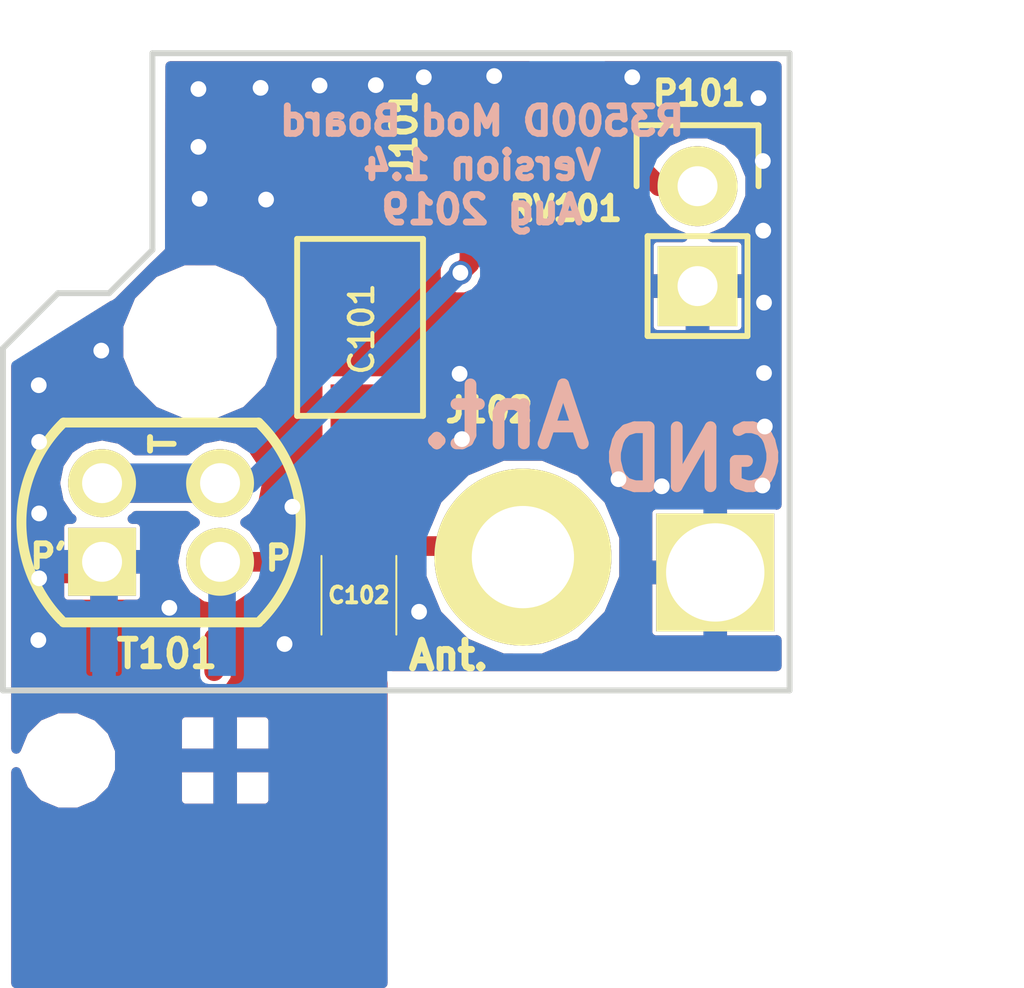
<source format=kicad_pcb>
(kicad_pcb (version 4) (host pcbnew 4.0.6)

  (general
    (links 18)
    (no_connects 0)
    (area 102.982381 92.570951 133.050478 118.075001)
    (thickness 1.6)
    (drawings 12)
    (tracks 129)
    (zones 0)
    (modules 9)
    (nets 6)
  )

  (page A4)
  (layers
    (0 F.Cu signal)
    (31 B.Cu signal)
    (32 B.Adhes user)
    (33 F.Adhes user)
    (34 B.Paste user)
    (35 F.Paste user)
    (36 B.SilkS user)
    (37 F.SilkS user)
    (38 B.Mask user)
    (39 F.Mask user)
    (40 Dwgs.User user)
    (41 Cmts.User user)
    (42 Eco1.User user)
    (43 Eco2.User user)
    (44 Edge.Cuts user)
    (45 Margin user)
    (46 B.CrtYd user)
    (47 F.CrtYd user)
    (48 B.Fab user)
    (49 F.Fab user)
  )

  (setup
    (last_trace_width 0.5)
    (user_trace_width 0.35)
    (user_trace_width 0.5)
    (user_trace_width 0.75)
    (user_trace_width 1)
    (trace_clearance 0.2)
    (zone_clearance 0.127)
    (zone_45_only yes)
    (trace_min 0.2)
    (segment_width 0.2)
    (edge_width 0.15)
    (via_size 0.6)
    (via_drill 0.4)
    (via_min_size 0.4)
    (via_min_drill 0.3)
    (user_via 0.7 0.5)
    (user_via 0.9 0.7)
    (user_via 1 0.8)
    (user_via 1.25 0.9)
    (uvia_size 0.3)
    (uvia_drill 0.1)
    (uvias_allowed no)
    (uvia_min_size 0.2)
    (uvia_min_drill 0.1)
    (pcb_text_width 0.3)
    (pcb_text_size 1.5 1.5)
    (mod_edge_width 0.15)
    (mod_text_size 1 1)
    (mod_text_width 0.15)
    (pad_size 1.99898 1.99898)
    (pad_drill 1.2)
    (pad_to_mask_clearance 0.2)
    (aux_axis_origin 107 118)
    (visible_elements FFFEFF7F)
    (pcbplotparams
      (layerselection 0x00030_80000001)
      (usegerberextensions false)
      (excludeedgelayer true)
      (linewidth 0.100000)
      (plotframeref false)
      (viasonmask false)
      (mode 1)
      (useauxorigin false)
      (hpglpennumber 1)
      (hpglpenspeed 20)
      (hpglpendiameter 15)
      (hpglpenoverlay 2)
      (psnegative false)
      (psa4output false)
      (plotreference true)
      (plotvalue true)
      (plotinvisibletext false)
      (padsonsilk false)
      (subtractmaskfromsilk false)
      (outputformat 1)
      (mirror false)
      (drillshape 1)
      (scaleselection 1)
      (outputdirectory ""))
  )

  (net 0 "")
  (net 1 "Net-(ANT101-Pad1)")
  (net 2 GND)
  (net 3 "Net-(J101-Pad1)")
  (net 4 "Net-(J101-Pad2)")
  (net 5 "Net-(J102-Pad2)")

  (net_class Default "This is the default net class."
    (clearance 0.2)
    (trace_width 0.25)
    (via_dia 0.6)
    (via_drill 0.4)
    (uvia_dia 0.3)
    (uvia_drill 0.1)
    (add_net GND)
    (add_net "Net-(ANT101-Pad1)")
    (add_net "Net-(J101-Pad1)")
    (add_net "Net-(J101-Pad2)")
    (add_net "Net-(J102-Pad2)")
  )

  (net_class "0.350 mm" ""
    (clearance 0.2)
    (trace_width 0.35)
    (via_dia 0.7)
    (via_drill 0.5)
    (uvia_dia 0.3)
    (uvia_drill 0.1)
  )

  (net_class "0.500 mm" ""
    (clearance 0.2)
    (trace_width 0.5)
    (via_dia 0.9)
    (via_drill 0.7)
    (uvia_dia 0.3)
    (uvia_drill 0.1)
  )

  (net_class "0.750 mm" ""
    (clearance 0.2)
    (trace_width 0.75)
    (via_dia 1)
    (via_drill 0.8)
    (uvia_dia 0.3)
    (uvia_drill 0.1)
  )

  (net_class "1.0 mm" ""
    (clearance 0.2)
    (trace_width 1)
    (via_dia 1.25)
    (via_drill 0.9)
    (uvia_dia 0.3)
    (uvia_drill 0.1)
  )

  (module Oddities:BN-2402_Core_1tapped_winding (layer F.Cu) (tedit 5D5D7AC1) (tstamp 5CEE4F2F)
    (at 111.02 105.93 90)
    (descr "Through hole toroid")
    (tags toroid)
    (path /5CEB23BD)
    (fp_text reference T101 (at -3.34 0.15 180) (layer F.SilkS)
      (effects (font (size 0.7 0.7) (thickness 0.15)))
    )
    (fp_text value 48uH (at 0.3175 7.3914 90) (layer F.Fab)
      (effects (font (size 1 1) (thickness 0.15)))
    )
    (fp_line (start 2.54 2.48) (end 2.54 -2.48) (layer F.SilkS) (width 0.25))
    (fp_line (start -2.54 2.48) (end -2.54 -2.48) (layer F.SilkS) (width 0.25))
    (fp_arc (start 0 0) (end 2.54 2.48) (angle 90) (layer F.SilkS) (width 0.25))
    (fp_arc (start 0 0) (end -2.48 -2.54) (angle 90) (layer F.SilkS) (width 0.25))
    (fp_text user T (at 2 0.05 90) (layer F.SilkS)
      (effects (font (size 0.6 0.6) (thickness 0.15)))
    )
    (fp_text user P (at -0.91 2.98 180) (layer F.SilkS)
      (effects (font (size 0.6 0.6) (thickness 0.15)))
    )
    (fp_text user P' (at -0.86 -2.86 180) (layer F.SilkS)
      (effects (font (size 0.6 0.6) (thickness 0.15)))
    )
    (pad 2 smd rect (at -2.4 1.55 90) (size 3 0.7) (layers B.Cu B.Paste B.Mask)
      (net 1 "Net-(ANT101-Pad1)"))
    (pad 3 smd rect (at 1 0 90) (size 1 3) (layers B.Cu B.Paste B.Mask)
      (net 4 "Net-(J101-Pad2)"))
    (pad 1 thru_hole rect (at -1 -1.5 90) (size 1.7272 1.7272) (drill 1.016) (layers *.Cu *.Mask F.SilkS)
      (net 2 GND))
    (pad 2 thru_hole oval (at -1 1.5 90) (size 1.7272 1.7272) (drill 1.016) (layers *.Cu *.Mask F.SilkS)
      (net 1 "Net-(ANT101-Pad1)"))
    (pad 3 thru_hole oval (at 1 -1.5 90) (size 1.7272 1.7272) (drill 1.016) (layers *.Cu *.Mask F.SilkS)
      (net 4 "Net-(J101-Pad2)"))
    (pad 3 thru_hole oval (at 1 1.5 90) (size 1.7272 1.7272) (drill 1.016) (layers *.Cu *.Mask F.SilkS)
      (net 4 "Net-(J101-Pad2)"))
    (pad 3 smd rect (at 1 0 90) (size 1 3) (layers F.Cu F.Paste F.Mask)
      (net 4 "Net-(J101-Pad2)"))
    (pad 1 smd rect (at -2.3 -1.45 90) (size 3 0.7) (layers B.Cu B.Paste B.Mask)
      (net 2 GND))
    (model Pin_Headers.3dshapes/Pin_Header_Straight_2x03.wrl
      (at (xyz 0.05 -0.1 0))
      (scale (xyz 1 1 1))
      (rotate (xyz 0 0 90))
    )
  )

  (module Wire_Connections_Bridges:WireConnection_2.50mmDrill locked (layer F.Cu) (tedit 5D1FF36C) (tstamp 5D039272)
    (at 120.06 106.81)
    (descr "WireConnection with 2.5mm drill")
    (path /5CEC4AA9)
    (fp_text reference ANT101 (at 4.8514 0.2032) (layer F.SilkS) hide
      (effects (font (size 1 1) (thickness 0.15)))
    )
    (fp_text value Whip (at 5.08 3.81) (layer F.Fab)
      (effects (font (size 1 1) (thickness 0.15)))
    )
    (pad 1 thru_hole circle (at 0.16 0) (size 4.5 4.5) (drill 2.6) (layers *.Cu *.Mask F.SilkS)
      (net 1 "Net-(ANT101-Pad1)"))
    (pad 2 thru_hole rect (at 5.05 0.39) (size 3 3) (drill 2.5) (layers *.Cu *.Mask F.SilkS)
      (net 2 GND))
  )

  (module Mounting_Holes:MountingHole_3-7mm locked (layer F.Cu) (tedit 5CFD9996) (tstamp 5CEFF138)
    (at 112.01 101.34)
    (descr "Mounting hole, Befestigungsbohrung, 3,7mm, No Annular, Kein Restring,")
    (tags "Mounting hole, Befestigungsbohrung, 3,7mm, No Annular, Kein Restring,")
    (fp_text reference REF** (at 0.05 -0.05) (layer F.SilkS) hide
      (effects (font (size 1 1) (thickness 0.15)))
    )
    (fp_text value MountingHole_3-7mm (at 1.27 5.08) (layer F.Fab) hide
      (effects (font (size 1 1) (thickness 0.15)))
    )
    (fp_circle (center 0 0) (end 1.75 0) (layer Cmts.User) (width 0.381))
    (pad "" np_thru_hole circle (at 0 0) (size 3.5 3.5) (drill 3.5) (layers *.Cu *.Mask))
  )

  (module Pin_Headers:Pin_Header_Straight_1x02 (layer F.Cu) (tedit 5D0ED4FC) (tstamp 5CED761A)
    (at 124.66 97.38)
    (descr "Through hole pin header")
    (tags "pin header")
    (path /5CEB258F)
    (fp_text reference P101 (at 0.04 -2.36 180) (layer F.SilkS)
      (effects (font (size 0.6 0.6) (thickness 0.15)))
    )
    (fp_text value "To Sense Switch (S1)" (at 0 -3.1) (layer F.Fab)
      (effects (font (size 1 1) (thickness 0.15)))
    )
    (fp_line (start 1.27 1.27) (end 1.27 3.81) (layer F.SilkS) (width 0.15))
    (fp_line (start 1.55 -1.55) (end 1.55 0) (layer F.SilkS) (width 0.15))
    (fp_line (start -1.75 -1.75) (end -1.75 4.3) (layer F.CrtYd) (width 0.05))
    (fp_line (start 1.75 -1.75) (end 1.75 4.3) (layer F.CrtYd) (width 0.05))
    (fp_line (start -1.75 -1.75) (end 1.75 -1.75) (layer F.CrtYd) (width 0.05))
    (fp_line (start -1.75 4.3) (end 1.75 4.3) (layer F.CrtYd) (width 0.05))
    (fp_line (start 1.27 1.27) (end -1.27 1.27) (layer F.SilkS) (width 0.15))
    (fp_line (start -1.55 0) (end -1.55 -1.55) (layer F.SilkS) (width 0.15))
    (fp_line (start -1.55 -1.55) (end 1.55 -1.55) (layer F.SilkS) (width 0.15))
    (fp_line (start -1.27 1.27) (end -1.27 3.81) (layer F.SilkS) (width 0.15))
    (fp_line (start -1.27 3.81) (end 1.27 3.81) (layer F.SilkS) (width 0.15))
    (pad 1 thru_hole circle (at 0 0) (size 2.032 2.032) (drill 1.016) (layers *.Cu *.Mask F.SilkS)
      (net 3 "Net-(J101-Pad1)"))
    (pad 2 thru_hole rect (at 0 2.54) (size 2.032 2.032) (drill 1.016) (layers *.Cu *.Mask F.SilkS)
      (net 2 GND))
    (model Pin_Headers.3dshapes/Pin_Header_Straight_1x02.wrl
      (at (xyz 0 -0.05 0))
      (scale (xyz 1 1 1))
      (rotate (xyz 0 0 90))
    )
  )

  (module Capacitors_SMD:C_0805_HandSoldering (layer F.Cu) (tedit 5D0EB8A9) (tstamp 5CED75FB)
    (at 116.05 107.78 270)
    (descr "Capacitor SMD 0805, hand soldering")
    (tags "capacitor 0805")
    (path /5CEB245B)
    (attr smd)
    (fp_text reference C102 (at 0 0 360) (layer F.SilkS)
      (effects (font (size 0.4 0.4) (thickness 0.1)))
    )
    (fp_text value 10pF (at 0 2.1 270) (layer F.Fab)
      (effects (font (size 1 1) (thickness 0.15)))
    )
    (fp_line (start -2.3 -1) (end 2.3 -1) (layer F.CrtYd) (width 0.05))
    (fp_line (start -2.3 1) (end 2.3 1) (layer F.CrtYd) (width 0.05))
    (fp_line (start -2.3 -1) (end -2.3 1) (layer F.CrtYd) (width 0.05))
    (fp_line (start 2.3 -1) (end 2.3 1) (layer F.CrtYd) (width 0.05))
    (fp_line (start 1 -0.9516) (end -1 -0.9516) (layer F.SilkS) (width 0.05))
    (fp_line (start -1 0.9516) (end 1 0.9516) (layer F.SilkS) (width 0.05))
    (pad 1 smd rect (at -1.25 0 270) (size 1.5 1.25) (layers F.Cu F.Paste F.Mask)
      (net 1 "Net-(ANT101-Pad1)"))
    (pad 2 smd rect (at 1.25 0 270) (size 1.5 1.25) (layers F.Cu F.Paste F.Mask)
      (net 2 GND))
    (model Capacitors_SMD.3dshapes/C_0805_HandSoldering.wrl
      (at (xyz 0 0 0))
      (scale (xyz 1 1 1))
      (rotate (xyz 0 0 0))
    )
  )

  (module Capacitors_SMD:KNOWLES-JZ500_Handsolder (layer F.Cu) (tedit 5D0EB88F) (tstamp 5CED7609)
    (at 116.08 100.97 90)
    (path /5CEB24A3)
    (fp_text reference C101 (at -0.04 0.04 90) (layer F.SilkS)
      (effects (font (size 0.6 0.6) (thickness 0.1)))
    )
    (fp_text value 5.5-30pF (at 0 2.54 90) (layer F.SilkS) hide
      (effects (font (size 0.6 0.6) (thickness 0.1)))
    )
    (fp_line (start -2.25 -1.6) (end -2.25 1.6) (layer F.SilkS) (width 0.15))
    (fp_line (start 2.25 -1.6) (end 2.25 1.6) (layer F.SilkS) (width 0.15))
    (fp_line (start 2.25 -1.6) (end -2.25 -1.6) (layer F.SilkS) (width 0.15))
    (fp_line (start -2.25 1.6) (end 2.25 1.6) (layer F.SilkS) (width 0.15))
    (fp_line (start -3.5 -1.85) (end 3.5 -1.85) (layer F.CrtYd) (width 0.1))
    (fp_line (start 3.5 -1.85) (end 3.5 1.85) (layer F.CrtYd) (width 0.1))
    (fp_line (start 3.5 1.85) (end -3.5 1.85) (layer F.CrtYd) (width 0.1))
    (fp_line (start -3.5 1.85) (end -3.5 -1.85) (layer F.CrtYd) (width 0.1))
    (pad 1 smd rect (at -2.4 0 90) (size 1.9 1.5) (layers F.Cu F.Paste F.Mask)
      (net 1 "Net-(ANT101-Pad1)"))
    (pad 2 smd rect (at 2.4 0 90) (size 1.9 1.5) (layers F.Cu F.Paste F.Mask)
      (net 2 GND))
  )

  (module Potentiometers:Bourn_TC33_Handsolder (layer F.Cu) (tedit 5CEC1E87) (tstamp 5CED7638)
    (at 121.35 97.8)
    (path /5CEB4FB7)
    (fp_text reference RV101 (at -0.04 0.15) (layer F.SilkS)
      (effects (font (size 0.6 0.6) (thickness 0.15)))
    )
    (fp_text value 20k (at 0 2.794) (layer F.Fab)
      (effects (font (size 1 1) (thickness 0.15)))
    )
    (pad 2 smd rect (at 0 -1.95) (size 1.6 2.5) (layers F.Cu F.Paste F.Mask)
      (net 3 "Net-(J101-Pad1)"))
    (pad 1 smd rect (at -1 2.3) (size 1.2 2.2) (layers F.Cu F.Paste F.Mask)
      (net 5 "Net-(J102-Pad2)"))
    (pad 3 smd rect (at 1 2.3) (size 1.2 2.2) (layers F.Cu F.Paste F.Mask)
      (net 4 "Net-(J101-Pad2)"))
  )

  (module Wire_Connections_Bridges:Solder-Jumper-NO-SMD-Pad_Small (layer F.Cu) (tedit 5D35ED5C) (tstamp 5CED7620)
    (at 122.33 102.9 180)
    (descr "Mesurement Point, Square, SMD Pad,  1.5mm x 1.5mm,")
    (tags "Mesurement Point, Square, SMD Pad, 1.5mm x 1.5mm,")
    (path /5D0ED14B)
    (fp_text reference J102 (at 2.97 -0.17 180) (layer F.SilkS)
      (effects (font (size 0.6 0.6) (thickness 0.15)))
    )
    (fp_text value Jumper_NC_Small (at 2.54 3.81 180) (layer F.Fab)
      (effects (font (size 1 1) (thickness 0.15)))
    )
    (pad 1 smd trapezoid (at -0.916 0) (size 1.50114 1.50114) (rect_delta 0.5 0 ) (layers F.Cu F.Paste F.Mask)
      (net 2 GND))
    (pad 2 smd trapezoid (at 0.916 0 180) (size 1.524 1.524) (rect_delta 0.5 0 ) (layers F.Cu F.Paste F.Mask)
      (net 5 "Net-(J102-Pad2)"))
  )

  (module Wire_Connections_Bridges:Solder-Jumper-NC-SMD-Pad_Small (layer F.Cu) (tedit 5D5D7AEE) (tstamp 5D0EEEE0)
    (at 118.86 96.85 270)
    (descr "Mesurement Point, Square, SMD Pad,  1.5mm x 1.5mm,")
    (tags "Mesurement Point, Square, SMD Pad, 1.5mm x 1.5mm,")
    (path /5CEB51E7)
    (fp_text reference J101 (at -0.8 1.66 270) (layer F.SilkS)
      (effects (font (size 0.6 0.6) (thickness 0.15)))
    )
    (fp_text value Jumper_NO_Small (at 2.54 3.81 270) (layer F.Fab)
      (effects (font (size 1 1) (thickness 0.15)))
    )
    (fp_line (start -1.016 0) (end 1.0922 0) (layer F.Cu) (width 0.2))
    (pad 1 smd trapezoid (at -0.916 0 90) (size 1.50114 1.50114) (rect_delta 0.5 0 ) (layers F.Cu F.Paste F.Mask)
      (net 3 "Net-(J101-Pad1)"))
    (pad 2 smd trapezoid (at 0.916 0 270) (size 1.524 1.524) (rect_delta 0.5 0 ) (layers F.Cu F.Paste F.Mask)
      (net 4 "Net-(J101-Pad2)"))
  )

  (gr_line (start 107 110.2) (end 107 101.5) (angle 90) (layer Edge.Cuts) (width 0.15))
  (gr_text Ant. (at 119.78 103.24) (layer B.SilkS)
    (effects (font (size 1.5 1.5) (thickness 0.3)) (justify mirror))
  )
  (gr_text GND (at 124.56 104.33) (layer B.SilkS)
    (effects (font (size 1.5 1.5) (thickness 0.3)) (justify mirror))
  )
  (gr_line (start 107 101.5) (end 108.4 100.1) (angle 90) (layer Edge.Cuts) (width 0.15))
  (gr_text Ant. (at 118.33 109.31) (layer F.SilkS)
    (effects (font (size 0.7 0.7) (thickness 0.175)))
  )
  (gr_line (start 109.7 100.1) (end 110.8 99) (angle 90) (layer Edge.Cuts) (width 0.15))
  (gr_text "R3500D Mod Board\nVersion 1.4\nAug 2019" (at 119.18 96.85) (layer B.SilkS)
    (effects (font (size 0.7 0.7) (thickness 0.175)) (justify mirror))
  )
  (gr_line (start 109.7 100.1) (end 108.4 100.1) (angle 90) (layer Edge.Cuts) (width 0.15))
  (gr_line (start 110.8 94) (end 110.8 99) (angle 90) (layer Edge.Cuts) (width 0.15))
  (gr_line (start 107 110.2) (end 127 110.2) (angle 90) (layer Edge.Cuts) (width 0.15))
  (gr_line (start 127 94) (end 110.8 94) (angle 90) (layer Edge.Cuts) (width 0.15))
  (gr_line (start 127 110.2) (end 127 94) (angle 90) (layer Edge.Cuts) (width 0.15))

  (segment (start 112.37 109.71) (end 112.37 108.87) (width 0.5) (layer F.Cu) (net 0))
  (segment (start 112.52 106.93) (end 113.85 106.93) (width 0.5) (layer F.Cu) (net 1))
  (segment (start 114.25 106.53) (end 116.05 106.53) (width 0.5) (layer F.Cu) (net 1) (tstamp 5D60F9C5))
  (segment (start 113.85 106.93) (end 114.25 106.53) (width 0.5) (layer F.Cu) (net 1) (tstamp 5D60F9C4))
  (segment (start 116.05 106.53) (end 119.94 106.53) (width 0.5) (layer F.Cu) (net 1))
  (segment (start 119.94 106.53) (end 120.22 106.81) (width 0.5) (layer F.Cu) (net 1) (tstamp 5D0EF103))
  (segment (start 116.08 103.37) (end 116.09 106.49) (width 0.5) (layer F.Cu) (net 1) (status 10))
  (segment (start 116.09 106.49) (end 116.05 106.53) (width 0.5) (layer F.Cu) (net 1) (tstamp 5D0EF100))
  (segment (start 120.22 106.81) (end 119.18 106.81) (width 0.5) (layer F.Cu) (net 1))
  (segment (start 109.52 106.93) (end 110.92 106.93) (width 0.5) (layer F.Cu) (net 2))
  (via (at 111.23 108.1) (size 0.6) (drill 0.4) (layers F.Cu B.Cu) (net 2))
  (segment (start 111.23 107.24) (end 111.23 108.1) (width 0.5) (layer F.Cu) (net 2) (tstamp 5D60FA7A))
  (segment (start 110.92 106.93) (end 111.23 107.24) (width 0.5) (layer F.Cu) (net 2) (tstamp 5D60FA79))
  (segment (start 116.05 109.03) (end 114.17 109.03) (width 0.5) (layer F.Cu) (net 2))
  (via (at 114.36 105.53) (size 0.6) (drill 0.4) (layers F.Cu B.Cu) (net 2))
  (segment (start 114.36 108.82) (end 114.36 105.53) (width 0.5) (layer B.Cu) (net 2) (tstamp 5D60FA75))
  (segment (start 114.16 109.02) (end 114.36 108.82) (width 0.5) (layer B.Cu) (net 2) (tstamp 5D60FA74))
  (via (at 114.16 109.02) (size 0.6) (drill 0.4) (layers F.Cu B.Cu) (net 2))
  (segment (start 114.17 109.03) (end 114.16 109.02) (width 0.5) (layer F.Cu) (net 2) (tstamp 5D60FA72))
  (segment (start 107.92 107.35) (end 109.1 107.35) (width 0.25) (layer F.Cu) (net 2))
  (segment (start 109.1 107.35) (end 109.52 106.93) (width 0.25) (layer F.Cu) (net 2) (tstamp 5D60F9AE))
  (segment (start 107.92 103.88) (end 107.89 102.46) (width 0.5) (layer F.Cu) (net 2))
  (segment (start 107.89 102.46) (end 107.91 102.44) (width 0.5) (layer F.Cu) (net 2) (tstamp 5D0EF0BF))
  (via (at 107.91 102.44) (size 0.6) (drill 0.4) (layers F.Cu B.Cu) (net 2))
  (segment (start 107.91 102.44) (end 108.81 101.9) (width 0.5) (layer B.Cu) (net 2) (tstamp 5D0EF0C1))
  (segment (start 108.81 101.9) (end 109.5 101.56) (width 0.5) (layer B.Cu) (net 2) (tstamp 5D0EF0C2))
  (segment (start 107.92 107.35) (end 107.92 105.7) (width 0.5) (layer F.Cu) (net 2))
  (via (at 107.9 108.92) (size 0.6) (drill 0.4) (layers F.Cu B.Cu) (net 2))
  (segment (start 107.9 108.92) (end 107.92 108.9) (width 0.5) (layer B.Cu) (net 2) (tstamp 5D0EEF4B))
  (segment (start 107.92 108.9) (end 107.92 107.35) (width 0.5) (layer B.Cu) (net 2) (tstamp 5D0EEF4C))
  (via (at 107.92 107.35) (size 0.6) (drill 0.4) (layers F.Cu B.Cu) (net 2))
  (via (at 107.92 103.88) (size 0.6) (drill 0.4) (layers F.Cu B.Cu) (net 2))
  (segment (start 107.92 105.7) (end 107.92 103.88) (width 0.5) (layer B.Cu) (net 2) (tstamp 5D0EF0B7))
  (via (at 107.92 105.7) (size 0.6) (drill 0.4) (layers F.Cu B.Cu) (net 2))
  (via (at 109.5 101.56) (size 0.6) (drill 0.4) (layers F.Cu B.Cu) (net 2))
  (segment (start 123.75 105.01) (end 122.83 105.01) (width 0.5) (layer F.Cu) (net 2))
  (segment (start 126.2 95.14) (end 126.21 95.14) (width 0.35) (layer F.Cu) (net 2) (tstamp 5CED8D02))
  (segment (start 126.38 102.16) (end 126.35 102.13) (width 0.5) (layer F.Cu) (net 2) (tstamp 5D039A7B))
  (via (at 126.35 102.13) (size 0.6) (drill 0.4) (layers F.Cu B.Cu) (net 2))
  (segment (start 126.35 102.13) (end 126.35 100.34) (width 0.5) (layer B.Cu) (net 2) (tstamp 5D039A7D))
  (via (at 126.35 100.34) (size 0.6) (drill 0.4) (layers F.Cu B.Cu) (net 2))
  (segment (start 126.35 100.34) (end 126.33 98.51) (width 0.5) (layer F.Cu) (net 2) (tstamp 5D039A80))
  (via (at 126.33 98.51) (size 0.6) (drill 0.4) (layers F.Cu B.Cu) (net 2))
  (segment (start 126.33 98.51) (end 126.31 98.49) (width 0.5) (layer B.Cu) (net 2) (tstamp 5D039A83))
  (segment (start 126.31 98.49) (end 126.32 96.74) (width 0.5) (layer B.Cu) (net 2) (tstamp 5D039A84))
  (via (at 126.32 96.74) (size 0.6) (drill 0.4) (layers F.Cu B.Cu) (net 2))
  (segment (start 126.32 96.74) (end 126.46 96.6) (width 0.5) (layer F.Cu) (net 2) (tstamp 5D039A86))
  (segment (start 126.46 96.6) (end 126.21 95.14) (width 0.5) (layer F.Cu) (net 2) (tstamp 5D039A87))
  (via (at 126.37 103.49) (size 0.6) (drill 0.4) (layers F.Cu B.Cu) (net 2))
  (segment (start 126.34 104.96) (end 126.37 103.49) (width 0.5) (layer B.Cu) (net 2) (tstamp 5D039A75))
  (segment (start 126.31 104.99) (end 126.34 104.96) (width 0.5) (layer B.Cu) (net 2) (tstamp 5D039A74))
  (via (at 126.31 104.99) (size 0.6) (drill 0.4) (layers F.Cu B.Cu) (net 2))
  (segment (start 123.8 104.96) (end 126.31 104.99) (width 0.5) (layer F.Cu) (net 2) (tstamp 5D039A72))
  (segment (start 123.75 105.01) (end 123.8 104.96) (width 0.5) (layer F.Cu) (net 2) (tstamp 5D039A71))
  (via (at 123.75 105.01) (size 0.6) (drill 0.4) (layers F.Cu B.Cu) (net 2))
  (segment (start 126.37 103.49) (end 126.38 102.16) (width 0.5) (layer F.Cu) (net 2))
  (via (at 126.21 95.14) (size 0.6) (drill 0.4) (layers F.Cu B.Cu) (net 2))
  (via (at 122.65 104.83) (size 0.6) (drill 0.4) (layers F.Cu B.Cu) (net 2))
  (segment (start 122.83 105.01) (end 122.65 104.83) (width 0.5) (layer F.Cu) (net 2) (tstamp 5D1FF0D7))
  (via (at 111.97 96.38) (size 0.6) (drill 0.4) (layers F.Cu B.Cu) (net 2))
  (segment (start 123 94.61) (end 123.01 94.62) (width 0.35) (layer F.Cu) (net 2) (tstamp 5CED8CF9))
  (via (at 123 94.61) (size 0.6) (drill 0.4) (layers F.Cu B.Cu) (net 2))
  (segment (start 119.56 94.51) (end 123 94.61) (width 0.35) (layer B.Cu) (net 2) (tstamp 5CED8CF4))
  (segment (start 119.49 94.58) (end 119.56 94.51) (width 0.35) (layer B.Cu) (net 2) (tstamp 5CED8CF3))
  (via (at 119.49 94.58) (size 0.6) (drill 0.4) (layers F.Cu B.Cu) (net 2))
  (segment (start 116.47 94.82) (end 115.05 94.82) (width 0.5) (layer F.Cu) (net 2) (tstamp 5D0EEF99))
  (segment (start 116.48 94.81) (end 116.47 94.82) (width 0.5) (layer F.Cu) (net 2) (tstamp 5D0EEF98))
  (via (at 116.48 94.81) (size 0.6) (drill 0.4) (layers F.Cu B.Cu) (net 2))
  (segment (start 117.7 94.61) (end 116.48 94.81) (width 0.5) (layer B.Cu) (net 2) (tstamp 5D0EEF95))
  (via (at 117.7 94.61) (size 0.6) (drill 0.4) (layers F.Cu B.Cu) (net 2))
  (segment (start 117.74 94.57) (end 117.7 94.61) (width 0.5) (layer F.Cu) (net 2) (tstamp 5D0EEF93))
  (segment (start 119.49 94.58) (end 117.74 94.57) (width 0.5) (layer F.Cu) (net 2))
  (segment (start 111.97 94.91) (end 111.97 96.38) (width 0.5) (layer B.Cu) (net 2) (tstamp 5D093164))
  (via (at 111.97 94.91) (size 0.6) (drill 0.4) (layers F.Cu B.Cu) (net 2))
  (segment (start 111.97 94.91) (end 112 94.88) (width 0.5) (layer F.Cu) (net 2) (tstamp 5D093169))
  (segment (start 112 94.88) (end 113.55 94.88) (width 0.5) (layer F.Cu) (net 2) (tstamp 5D09316A))
  (via (at 113.55 94.88) (size 0.6) (drill 0.4) (layers F.Cu B.Cu) (net 2))
  (segment (start 113.55 94.88) (end 113.61 94.82) (width 0.5) (layer B.Cu) (net 2) (tstamp 5D09316F))
  (segment (start 113.61 94.82) (end 115.05 94.82) (width 0.5) (layer B.Cu) (net 2) (tstamp 5D093170))
  (via (at 115.05 94.82) (size 0.6) (drill 0.4) (layers F.Cu B.Cu) (net 2))
  (via (at 113.69 97.72) (size 0.6) (drill 0.4) (layers F.Cu B.Cu) (net 2))
  (segment (start 111.97 97.67) (end 111.97 96.38) (width 0.5) (layer F.Cu) (net 2) (tstamp 5D09315C))
  (segment (start 113.69 97.72) (end 113.65 97.68) (width 0.5) (layer B.Cu) (net 2) (tstamp 5D093157))
  (segment (start 113.65 97.68) (end 112 97.7) (width 0.5) (layer B.Cu) (net 2) (tstamp 5D093158))
  (via (at 112 97.7) (size 0.6) (drill 0.4) (layers F.Cu B.Cu) (net 2))
  (segment (start 112 97.7) (end 111.97 97.67) (width 0.5) (layer F.Cu) (net 2) (tstamp 5D09315B))
  (segment (start 111.97 96.38) (end 111.97 96.36) (width 0.5) (layer F.Cu) (net 2) (tstamp 5D093161))
  (segment (start 125.11 107.2) (end 125.11 105.39) (width 0.5) (layer F.Cu) (net 2))
  (segment (start 125.51 104.99) (end 126.31 104.99) (width 0.5) (layer F.Cu) (net 2) (tstamp 5D1FF7D1))
  (segment (start 125.11 105.39) (end 125.51 104.99) (width 0.5) (layer F.Cu) (net 2) (tstamp 5D1FF7D0))
  (segment (start 116.08 98.57) (end 116.09 95.86) (width 0.5) (layer F.Cu) (net 2) (status 10))
  (segment (start 116.09 95.86) (end 115.05 94.82) (width 0.5) (layer F.Cu) (net 2) (tstamp 5D1FF7CD))
  (segment (start 116.08 98.57) (end 116.08 98.61) (width 0.5) (layer F.Cu) (net 2) (status 30))
  (segment (start 116.08 98.61) (end 118.61 102.15) (width 0.5) (layer F.Cu) (net 2) (tstamp 5D1FF32B) (status 10))
  (segment (start 118.67 103.81) (end 118.67 103.75) (width 0.5) (layer F.Cu) (net 2) (tstamp 5D1FF339))
  (via (at 118.67 103.81) (size 0.6) (drill 0.4) (layers F.Cu B.Cu) (net 2))
  (segment (start 118.67 102.21) (end 118.67 103.81) (width 0.5) (layer B.Cu) (net 2) (tstamp 5D1FF335))
  (segment (start 118.61 102.15) (end 118.67 102.21) (width 0.5) (layer B.Cu) (net 2) (tstamp 5D1FF334))
  (via (at 118.61 102.15) (size 0.6) (drill 0.4) (layers F.Cu B.Cu) (net 2))
  (segment (start 115.95 109.13) (end 116.05 109.03) (width 0.5) (layer F.Cu) (net 2) (tstamp 5D1FF09D))
  (segment (start 116.05 109.03) (end 117.53 109.03) (width 0.5) (layer F.Cu) (net 2))
  (via (at 117.58 108.2) (size 0.6) (drill 0.4) (layers F.Cu B.Cu) (net 2))
  (segment (start 117.53 109.03) (end 117.58 108.2) (width 0.5) (layer F.Cu) (net 2) (tstamp 5D1FF0AB))
  (segment (start 123.246 102.9) (end 123.246 101.794) (width 0.25) (layer F.Cu) (net 2))
  (segment (start 124.66 101.46) (end 124.66 99.92) (width 0.25) (layer F.Cu) (net 2) (tstamp 5D0F721D))
  (segment (start 124.56 101.56) (end 124.66 101.46) (width 0.25) (layer F.Cu) (net 2) (tstamp 5D0F721A))
  (segment (start 123.48 101.56) (end 124.56 101.56) (width 0.25) (layer F.Cu) (net 2) (tstamp 5D0F7219))
  (segment (start 123.246 101.794) (end 123.48 101.56) (width 0.25) (layer F.Cu) (net 2) (tstamp 5D0F7217))
  (segment (start 121.35 95.85) (end 120.57 95.85) (width 0.5) (layer F.Cu) (net 3) (status 30))
  (segment (start 120.57 95.85) (end 120.014 95.954) (width 0.5) (layer F.Cu) (net 3) (tstamp 5D0EF507) (status 10))
  (segment (start 120.014 95.954) (end 118.86 95.934) (width 0.5) (layer F.Cu) (net 3) (tstamp 5D0EF508) (status 20))
  (segment (start 124.66 97.38) (end 123.68 97.38) (width 0.5) (layer F.Cu) (net 3))
  (segment (start 123.68 97.38) (end 122.74 96.44) (width 0.5) (layer F.Cu) (net 3) (tstamp 5D09317E))
  (segment (start 122.74 96.44) (end 121.35 95.85) (width 0.5) (layer F.Cu) (net 3) (tstamp 5D093180) (status 20))
  (segment (start 120.73 95.85) (end 121.35 95.85) (width 0.5) (layer F.Cu) (net 3) (tstamp 5CEFFF97) (status 30))
  (segment (start 111.02 104.93) (end 113.28 104.93) (width 0.5) (layer B.Cu) (net 4))
  (segment (start 113.28 104.93) (end 118.63 99.58) (width 0.5) (layer B.Cu) (net 4) (tstamp 5D60F9C8))
  (via (at 118.63 99.58) (size 0.6) (drill 0.4) (layers F.Cu B.Cu) (net 4))
  (segment (start 118.63 99.58) (end 118.86 99.35) (width 0.5) (layer F.Cu) (net 4) (tstamp 5D60F9CB))
  (segment (start 118.86 99.35) (end 118.86 97.766) (width 0.5) (layer F.Cu) (net 4) (tstamp 5D60F9CC))
  (segment (start 122.35 100.1) (end 122.28 98.94) (width 0.5) (layer F.Cu) (net 4) (status 10))
  (segment (start 119.734 97.98) (end 118.86 97.766) (width 0.5) (layer F.Cu) (net 4) (tstamp 5D0EF50D) (status 20))
  (segment (start 121.88 97.92) (end 119.734 97.98) (width 0.5) (layer F.Cu) (net 4) (tstamp 5D0EF50C))
  (segment (start 122.28 98.94) (end 121.88 97.92) (width 0.5) (layer F.Cu) (net 4) (tstamp 5D0EF50B))
  (segment (start 120.35 100.1) (end 120.38 101.74) (width 0.5) (layer F.Cu) (net 5) (status 20))
  (segment (start 120.38 101.74) (end 121.07 102.082545) (width 0.5) (layer F.Cu) (net 5) (tstamp 5D0F71B1) (status 20))
  (segment (start 121.07 102.082545) (end 121.34 102.826) (width 0.5) (layer F.Cu) (net 5) (tstamp 5D0F719D) (status 20))
  (segment (start 121.34 102.826) (end 121.414 102.9) (width 0.5) (layer F.Cu) (net 5) (tstamp 5D0EF510) (status 30))
  (segment (start 120.35 100.1) (end 120.35 99.22) (width 0.5) (layer F.Cu) (net 5) (status 30))

  (zone (net 2) (net_name GND) (layer F.Cu) (tstamp 5CEFFFB7) (hatch edge 0.508)
    (connect_pads (clearance 0.127))
    (min_thickness 0.254)
    (fill yes (arc_segments 16) (thermal_gap 0.1) (thermal_bridge_width 0.6))
    (polygon
      (pts
        (xy 107.21 101.88) (xy 107.21 117.77) (xy 116.78 117.77) (xy 116.78 109.71) (xy 126.84 109.71)
        (xy 126.84 94.15) (xy 111.13 94.15) (xy 111.12 98.98) (xy 109.78 100.27)
      )
    )
    (filled_polygon
      (pts
        (xy 120.317526 94.361012) (xy 120.242862 94.470286) (xy 120.216594 94.6) (xy 120.216594 95.329098) (xy 119.965461 95.376072)
        (xy 119.775051 95.372772) (xy 119.676891 95.07807) (xy 119.599558 94.950956) (xy 119.490284 94.876292) (xy 119.36057 94.850024)
        (xy 118.35943 94.850024) (xy 118.214392 94.883224) (xy 118.109022 94.963304) (xy 118.043109 95.07807) (xy 117.543109 96.57921)
        (xy 117.526151 96.675359) (xy 117.548825 96.805749) (xy 117.566165 96.832696) (xy 117.552609 96.849391) (xy 117.51573 96.976496)
        (xy 117.531208 97.107934) (xy 118.031208 98.631934) (xy 118.109012 98.760474) (xy 118.218286 98.835138) (xy 118.283 98.848243)
        (xy 118.283 99.044962) (xy 118.275297 99.048145) (xy 118.098765 99.224369) (xy 118.003109 99.454735) (xy 118.002891 99.704171)
        (xy 118.098145 99.934703) (xy 118.274369 100.111235) (xy 118.504735 100.206891) (xy 118.754171 100.207109) (xy 118.984703 100.111855)
        (xy 119.161235 99.935631) (xy 119.211555 99.814447) (xy 119.268001 99.758001) (xy 119.393078 99.570808) (xy 119.416594 99.452587)
        (xy 119.416594 101.2) (xy 119.439395 101.321179) (xy 119.511012 101.432474) (xy 119.620286 101.507138) (xy 119.75 101.533406)
        (xy 119.799125 101.533406) (xy 119.803097 101.750553) (xy 119.821863 101.836633) (xy 119.833132 101.924023) (xy 119.845681 101.945892)
        (xy 119.85105 101.97052) (xy 119.901331 102.042871) (xy 119.945183 102.119292) (xy 119.96514 102.13469) (xy 119.979529 102.155395)
        (xy 120.053675 102.202999) (xy 120.12343 102.256818) (xy 120.324904 102.356838) (xy 120.318594 102.388) (xy 120.318594 103.412)
        (xy 120.352451 103.558389) (xy 120.433004 103.663397) (xy 120.548066 103.728792) (xy 122.072066 104.228792) (xy 122.166789 104.245279)
        (xy 122.297179 104.222605) (xy 122.408474 104.150988) (xy 122.430964 104.118072) (xy 122.477376 104.131312) (xy 122.56857 104.120157)
        (xy 123.073 103.952141) (xy 123.073 103.073) (xy 123.419 103.073) (xy 123.419 103.836896) (xy 124.06971 103.620157)
        (xy 124.157951 103.566473) (xy 124.209782 103.490616) (xy 124.228017 103.40057) (xy 124.228017 103.073) (xy 123.419 103.073)
        (xy 123.073 103.073) (xy 123.053 103.073) (xy 123.053 102.727) (xy 123.073 102.727) (xy 123.419 102.727)
        (xy 124.228017 102.727) (xy 124.228017 102.39943) (xy 124.20497 102.298746) (xy 124.149379 102.225599) (xy 124.06971 102.179843)
        (xy 123.419 101.963104) (xy 123.419 102.727) (xy 123.073 102.727) (xy 123.073 101.847859) (xy 122.56857 101.679843)
        (xy 122.501824 101.668071) (xy 122.435273 101.679644) (xy 122.433351 101.676033) (xy 122.330609 101.592609) (xy 122.203504 101.55573)
        (xy 122.072066 101.571208) (xy 121.530924 101.748748) (xy 121.504817 101.703253) (xy 121.499296 101.698994) (xy 121.495684 101.693031)
        (xy 121.410371 101.630384) (xy 121.32657 101.565727) (xy 121.134047 101.47015) (xy 121.182474 101.438988) (xy 121.257138 101.329714)
        (xy 121.283406 101.2) (xy 121.283406 99) (xy 121.260605 98.878821) (xy 121.188988 98.767526) (xy 121.079714 98.692862)
        (xy 120.95 98.666594) (xy 120.468614 98.666594) (xy 120.35 98.643) (xy 120.231386 98.666594) (xy 119.75 98.666594)
        (xy 119.659405 98.68364) (xy 119.688792 98.631934) (xy 119.715388 98.550869) (xy 119.750126 98.556775) (xy 121.490848 98.508106)
        (xy 121.575418 98.723759) (xy 121.517526 98.761012) (xy 121.442862 98.870286) (xy 121.416594 99) (xy 121.416594 101.2)
        (xy 121.439395 101.321179) (xy 121.511012 101.432474) (xy 121.620286 101.507138) (xy 121.75 101.533406) (xy 122.95 101.533406)
        (xy 123.071179 101.510605) (xy 123.182474 101.438988) (xy 123.257138 101.329714) (xy 123.283406 101.2) (xy 123.283406 100.14975)
        (xy 123.417 100.14975) (xy 123.417 100.981153) (xy 123.451559 101.064585) (xy 123.515415 101.128441) (xy 123.598847 101.163)
        (xy 124.43025 101.163) (xy 124.487 101.10625) (xy 124.487 100.093) (xy 124.833 100.093) (xy 124.833 101.10625)
        (xy 124.88975 101.163) (xy 125.721153 101.163) (xy 125.804585 101.128441) (xy 125.868441 101.064585) (xy 125.903 100.981153)
        (xy 125.903 100.14975) (xy 125.84625 100.093) (xy 124.833 100.093) (xy 124.487 100.093) (xy 123.47375 100.093)
        (xy 123.417 100.14975) (xy 123.283406 100.14975) (xy 123.283406 99) (xy 123.260605 98.878821) (xy 123.188988 98.767526)
        (xy 123.079714 98.692862) (xy 122.95 98.666594) (xy 122.792564 98.666594) (xy 122.417172 97.709344) (xy 122.409755 97.697774)
        (xy 122.406699 97.68438) (xy 122.34925 97.603396) (xy 122.295667 97.519814) (xy 122.284391 97.511966) (xy 122.276439 97.500756)
        (xy 122.19237 97.447921) (xy 122.166937 97.430219) (xy 122.271179 97.410605) (xy 122.382474 97.338988) (xy 122.457138 97.229714)
        (xy 122.483406 97.1) (xy 122.483406 96.999408) (xy 123.271997 97.787998) (xy 123.271999 97.788001) (xy 123.414909 97.88349)
        (xy 123.520796 98.139755) (xy 123.898258 98.517876) (xy 124.281472 98.677) (xy 123.598847 98.677) (xy 123.515415 98.711559)
        (xy 123.451559 98.775415) (xy 123.417 98.858847) (xy 123.417 99.69025) (xy 123.47375 99.747) (xy 124.487 99.747)
        (xy 124.487 99.727) (xy 124.833 99.727) (xy 124.833 99.747) (xy 125.84625 99.747) (xy 125.903 99.69025)
        (xy 125.903 98.858847) (xy 125.868441 98.775415) (xy 125.804585 98.711559) (xy 125.721153 98.677) (xy 125.037859 98.677)
        (xy 125.419755 98.519204) (xy 125.797876 98.141742) (xy 126.002766 97.648311) (xy 126.003233 97.114033) (xy 125.799204 96.620245)
        (xy 125.421742 96.242124) (xy 124.928311 96.037234) (xy 124.394033 96.036767) (xy 123.900245 96.240796) (xy 123.628284 96.512283)
        (xy 123.148001 96.031999) (xy 123.056403 95.970796) (xy 122.965445 95.908866) (xy 122.483406 95.70426) (xy 122.483406 94.6)
        (xy 122.460605 94.478821) (xy 122.388988 94.367526) (xy 122.332604 94.329) (xy 126.671 94.329) (xy 126.671 105.479564)
        (xy 126.655153 105.473) (xy 125.33975 105.473) (xy 125.283 105.52975) (xy 125.283 107.027) (xy 125.303 107.027)
        (xy 125.303 107.373) (xy 125.283 107.373) (xy 125.283 108.87025) (xy 125.33975 108.927) (xy 126.655153 108.927)
        (xy 126.671 108.920436) (xy 126.671 109.583) (xy 116.902 109.583) (xy 116.902 109.25975) (xy 116.84525 109.203)
        (xy 116.223 109.203) (xy 116.223 109.95025) (xy 116.27975 110.007) (xy 116.653 110.007) (xy 116.653 117.643)
        (xy 107.337 117.643) (xy 107.337 112.2759) (xy 107.524801 112.730414) (xy 107.897623 113.103887) (xy 108.384987 113.306259)
        (xy 108.912697 113.306719) (xy 109.400414 113.105199) (xy 109.773887 112.732377) (xy 109.976259 112.245013) (xy 109.976289 112.20975)
        (xy 111.42351 112.20975) (xy 111.42351 113.024643) (xy 111.458069 113.108075) (xy 111.521925 113.171931) (xy 111.605357 113.20649)
        (xy 112.42025 113.20649) (xy 112.477 113.14974) (xy 112.477 112.153) (xy 112.823 112.153) (xy 112.823 113.14974)
        (xy 112.87975 113.20649) (xy 113.694643 113.20649) (xy 113.778075 113.171931) (xy 113.841931 113.108075) (xy 113.87649 113.024643)
        (xy 113.87649 112.20975) (xy 113.81974 112.153) (xy 112.823 112.153) (xy 112.477 112.153) (xy 111.48026 112.153)
        (xy 111.42351 112.20975) (xy 109.976289 112.20975) (xy 109.976719 111.717303) (xy 109.775199 111.229586) (xy 109.481483 110.935357)
        (xy 111.42351 110.935357) (xy 111.42351 111.75025) (xy 111.48026 111.807) (xy 112.477 111.807) (xy 112.477 110.81026)
        (xy 112.823 110.81026) (xy 112.823 111.807) (xy 113.81974 111.807) (xy 113.87649 111.75025) (xy 113.87649 110.935357)
        (xy 113.841931 110.851925) (xy 113.778075 110.788069) (xy 113.694643 110.75351) (xy 112.87975 110.75351) (xy 112.823 110.81026)
        (xy 112.477 110.81026) (xy 112.42025 110.75351) (xy 111.605357 110.75351) (xy 111.521925 110.788069) (xy 111.458069 110.851925)
        (xy 111.42351 110.935357) (xy 109.481483 110.935357) (xy 109.402377 110.856113) (xy 108.915013 110.653741) (xy 108.387303 110.653281)
        (xy 107.899586 110.854801) (xy 107.526113 111.227623) (xy 107.337 111.683056) (xy 107.337 108.87) (xy 111.793 108.87)
        (xy 111.793 109.71) (xy 111.836922 109.930808) (xy 111.961999 110.118001) (xy 112.149192 110.243078) (xy 112.37 110.287)
        (xy 112.590808 110.243078) (xy 112.778001 110.118001) (xy 112.903078 109.930808) (xy 112.947 109.71) (xy 112.947 109.25975)
        (xy 115.198 109.25975) (xy 115.198 109.825153) (xy 115.232559 109.908585) (xy 115.296415 109.972441) (xy 115.379847 110.007)
        (xy 115.82025 110.007) (xy 115.877 109.95025) (xy 115.877 109.203) (xy 115.25475 109.203) (xy 115.198 109.25975)
        (xy 112.947 109.25975) (xy 112.947 108.87) (xy 112.903078 108.649192) (xy 112.778001 108.461999) (xy 112.590808 108.336922)
        (xy 112.37 108.293) (xy 112.149192 108.336922) (xy 111.961999 108.461999) (xy 111.836922 108.649192) (xy 111.793 108.87)
        (xy 107.337 108.87) (xy 107.337 108.234847) (xy 115.198 108.234847) (xy 115.198 108.80025) (xy 115.25475 108.857)
        (xy 115.877 108.857) (xy 115.877 108.10975) (xy 116.223 108.10975) (xy 116.223 108.857) (xy 116.84525 108.857)
        (xy 116.902 108.80025) (xy 116.902 108.234847) (xy 116.867441 108.151415) (xy 116.803585 108.087559) (xy 116.720153 108.053)
        (xy 116.27975 108.053) (xy 116.223 108.10975) (xy 115.877 108.10975) (xy 115.82025 108.053) (xy 115.379847 108.053)
        (xy 115.296415 108.087559) (xy 115.232559 108.151415) (xy 115.198 108.234847) (xy 107.337 108.234847) (xy 107.337 107.15975)
        (xy 108.4294 107.15975) (xy 108.4294 107.838753) (xy 108.463959 107.922185) (xy 108.527815 107.986041) (xy 108.611247 108.0206)
        (xy 109.29025 108.0206) (xy 109.347 107.96385) (xy 109.347 107.103) (xy 109.693 107.103) (xy 109.693 107.96385)
        (xy 109.74975 108.0206) (xy 110.428753 108.0206) (xy 110.512185 107.986041) (xy 110.576041 107.922185) (xy 110.6106 107.838753)
        (xy 110.6106 107.15975) (xy 110.55385 107.103) (xy 109.693 107.103) (xy 109.347 107.103) (xy 108.48615 107.103)
        (xy 108.4294 107.15975) (xy 107.337 107.15975) (xy 107.337 104.906675) (xy 108.3294 104.906675) (xy 108.3294 104.953325)
        (xy 108.420029 105.408948) (xy 108.678119 105.795206) (xy 108.74426 105.8394) (xy 108.611247 105.8394) (xy 108.527815 105.873959)
        (xy 108.463959 105.937815) (xy 108.4294 106.021247) (xy 108.4294 106.70025) (xy 108.48615 106.757) (xy 109.347 106.757)
        (xy 109.347 106.737) (xy 109.693 106.737) (xy 109.693 106.757) (xy 110.55385 106.757) (xy 110.6106 106.70025)
        (xy 110.6106 106.021247) (xy 110.576041 105.937815) (xy 110.512185 105.873959) (xy 110.428753 105.8394) (xy 110.29574 105.8394)
        (xy 110.361881 105.795206) (xy 110.383129 105.763406) (xy 111.656871 105.763406) (xy 111.678119 105.795206) (xy 111.879852 105.93)
        (xy 111.678119 106.064794) (xy 111.420029 106.451052) (xy 111.3294 106.906675) (xy 111.3294 106.953325) (xy 111.420029 107.408948)
        (xy 111.678119 107.795206) (xy 112.064377 108.053296) (xy 112.52 108.143925) (xy 112.975623 108.053296) (xy 113.361881 107.795206)
        (xy 113.554455 107.507) (xy 113.849995 107.507) (xy 113.85 107.507001) (xy 114.070808 107.463078) (xy 114.258001 107.338001)
        (xy 114.489001 107.107) (xy 115.091594 107.107) (xy 115.091594 107.28) (xy 115.114395 107.401179) (xy 115.186012 107.512474)
        (xy 115.295286 107.587138) (xy 115.425 107.613406) (xy 116.675 107.613406) (xy 116.796179 107.590605) (xy 116.907474 107.518988)
        (xy 116.982138 107.409714) (xy 117.008406 107.28) (xy 117.008406 107.107) (xy 117.64274 107.107) (xy 117.642554 107.320348)
        (xy 118.034052 108.267846) (xy 118.758341 108.9934) (xy 119.705154 109.386551) (xy 120.730348 109.387446) (xy 121.677846 108.995948)
        (xy 122.4034 108.271659) (xy 122.752991 107.42975) (xy 123.383 107.42975) (xy 123.383 108.745153) (xy 123.417559 108.828585)
        (xy 123.481415 108.892441) (xy 123.564847 108.927) (xy 124.88025 108.927) (xy 124.937 108.87025) (xy 124.937 107.373)
        (xy 123.43975 107.373) (xy 123.383 107.42975) (xy 122.752991 107.42975) (xy 122.796551 107.324846) (xy 122.797446 106.299652)
        (xy 122.531019 105.654847) (xy 123.383 105.654847) (xy 123.383 106.97025) (xy 123.43975 107.027) (xy 124.937 107.027)
        (xy 124.937 105.52975) (xy 124.88025 105.473) (xy 123.564847 105.473) (xy 123.481415 105.507559) (xy 123.417559 105.571415)
        (xy 123.383 105.654847) (xy 122.531019 105.654847) (xy 122.405948 105.352154) (xy 121.681659 104.6266) (xy 120.734846 104.233449)
        (xy 119.709652 104.232554) (xy 118.762154 104.624052) (xy 118.0366 105.348341) (xy 117.785524 105.953) (xy 117.008406 105.953)
        (xy 117.008406 105.78) (xy 116.985605 105.658821) (xy 116.913988 105.547526) (xy 116.804714 105.472862) (xy 116.675 105.446594)
        (xy 116.663659 105.446594) (xy 116.661116 104.653406) (xy 116.83 104.653406) (xy 116.951179 104.630605) (xy 117.062474 104.558988)
        (xy 117.137138 104.449714) (xy 117.163406 104.32) (xy 117.163406 102.42) (xy 117.140605 102.298821) (xy 117.068988 102.187526)
        (xy 116.959714 102.112862) (xy 116.83 102.086594) (xy 115.33 102.086594) (xy 115.208821 102.109395) (xy 115.097526 102.181012)
        (xy 115.022862 102.290286) (xy 114.996594 102.42) (xy 114.996594 104.32) (xy 115.019395 104.441179) (xy 115.091012 104.552474)
        (xy 115.200286 104.627138) (xy 115.33 104.653406) (xy 115.507111 104.653406) (xy 115.509653 105.446594) (xy 115.425 105.446594)
        (xy 115.303821 105.469395) (xy 115.192526 105.541012) (xy 115.117862 105.650286) (xy 115.091594 105.78) (xy 115.091594 105.953)
        (xy 114.25 105.953) (xy 114.029191 105.996922) (xy 113.954213 106.047021) (xy 113.841999 106.121999) (xy 113.841997 106.122002)
        (xy 113.610998 106.353) (xy 113.554455 106.353) (xy 113.361881 106.064794) (xy 113.160148 105.93) (xy 113.361881 105.795206)
        (xy 113.619971 105.408948) (xy 113.7106 104.953325) (xy 113.7106 104.906675) (xy 113.619971 104.451052) (xy 113.361881 104.064794)
        (xy 112.975623 103.806704) (xy 112.52 103.716075) (xy 112.064377 103.806704) (xy 111.678119 104.064794) (xy 111.656871 104.096594)
        (xy 110.383129 104.096594) (xy 110.361881 104.064794) (xy 109.975623 103.806704) (xy 109.52 103.716075) (xy 109.064377 103.806704)
        (xy 108.678119 104.064794) (xy 108.420029 104.451052) (xy 108.3294 104.906675) (xy 107.337 104.906675) (xy 107.337 101.950302)
        (xy 107.654616 101.751328) (xy 109.93264 101.751328) (xy 110.248178 102.514989) (xy 110.831938 103.099768) (xy 111.595047 103.416639)
        (xy 112.421328 103.41736) (xy 113.184989 103.101822) (xy 113.769768 102.518062) (xy 114.086639 101.754953) (xy 114.08736 100.928672)
        (xy 113.771822 100.165011) (xy 113.188062 99.580232) (xy 112.424953 99.263361) (xy 111.598672 99.26264) (xy 110.835011 99.578178)
        (xy 110.250232 100.161938) (xy 109.933361 100.925047) (xy 109.93264 101.751328) (xy 107.654616 101.751328) (xy 109.795849 100.409934)
        (xy 109.825903 100.403956) (xy 109.932638 100.332638) (xy 110.824946 99.44033) (xy 111.208079 99.071493) (xy 111.236736 99.030017)
        (xy 111.247 98.980263) (xy 111.247373 98.79975) (xy 115.103 98.79975) (xy 115.103 99.565153) (xy 115.137559 99.648585)
        (xy 115.201415 99.712441) (xy 115.284847 99.747) (xy 115.85025 99.747) (xy 115.907 99.69025) (xy 115.907 98.743)
        (xy 116.253 98.743) (xy 116.253 99.69025) (xy 116.30975 99.747) (xy 116.875153 99.747) (xy 116.958585 99.712441)
        (xy 117.022441 99.648585) (xy 117.057 99.565153) (xy 117.057 98.79975) (xy 117.00025 98.743) (xy 116.253 98.743)
        (xy 115.907 98.743) (xy 115.15975 98.743) (xy 115.103 98.79975) (xy 111.247373 98.79975) (xy 111.249909 97.574847)
        (xy 115.103 97.574847) (xy 115.103 98.34025) (xy 115.15975 98.397) (xy 115.907 98.397) (xy 115.907 97.44975)
        (xy 116.253 97.44975) (xy 116.253 98.397) (xy 117.00025 98.397) (xy 117.057 98.34025) (xy 117.057 97.574847)
        (xy 117.022441 97.491415) (xy 116.958585 97.427559) (xy 116.875153 97.393) (xy 116.30975 97.393) (xy 116.253 97.44975)
        (xy 115.907 97.44975) (xy 115.85025 97.393) (xy 115.284847 97.393) (xy 115.201415 97.427559) (xy 115.137559 97.491415)
        (xy 115.103 97.574847) (xy 111.249909 97.574847) (xy 111.25663 94.329) (xy 120.367274 94.329)
      )
    )
  )
  (zone (net 0) (net_name "") (layer F.Mask) (tstamp 5D039A98) (hatch edge 0.508)
    (connect_pads (clearance 0.127))
    (min_thickness 0.254)
    (fill yes (arc_segments 16) (thermal_gap 0.508) (thermal_bridge_width 0.508))
    (polygon
      (pts
        (xy 124.24 104.52) (xy 124.24 102.03) (xy 125.84 102.01) (xy 125.9 107.89) (xy 124.3 107.91)
        (xy 124.24 104.58) (xy 124.22 104.58)
      )
    )
    (filled_polygon
      (pts
        (xy 125.771714 107.764594) (xy 124.424704 107.781431) (xy 124.366979 104.577712) (xy 124.361588 104.553353) (xy 124.367 104.52)
        (xy 124.367 102.155422) (xy 125.714306 102.138581)
      )
    )
  )
  (zone (net 2) (net_name GND) (layer B.Cu) (tstamp 5CEFFFB7) (hatch edge 0.508)
    (connect_pads (clearance 0.127))
    (min_thickness 0.254)
    (fill yes (arc_segments 16) (thermal_gap 0.1) (thermal_bridge_width 0.6))
    (polygon
      (pts
        (xy 107.21 109.99) (xy 116.78 109.99) (xy 116.77 109.71) (xy 126.83 109.71) (xy 126.84 94.15)
        (xy 111.13 94.15) (xy 111.12 98.98) (xy 109.78 100.27) (xy 107.21 101.87)
      )
    )
    (filled_polygon
      (pts
        (xy 126.671 105.479564) (xy 126.655153 105.473) (xy 125.33975 105.473) (xy 125.283 105.52975) (xy 125.283 107.027)
        (xy 125.303 107.027) (xy 125.303 107.373) (xy 125.283 107.373) (xy 125.283 108.87025) (xy 125.33975 108.927)
        (xy 126.655153 108.927) (xy 126.671 108.920436) (xy 126.671 109.583) (xy 116.77 109.583) (xy 116.72059 109.593006)
        (xy 116.678965 109.621447) (xy 116.651685 109.663841) (xy 116.643 109.710158) (xy 116.652842 117.643) (xy 107.337 117.643)
        (xy 107.337 112.2759) (xy 107.524801 112.730414) (xy 107.897623 113.103887) (xy 108.384987 113.306259) (xy 108.912697 113.306719)
        (xy 109.400414 113.105199) (xy 109.773887 112.732377) (xy 109.976259 112.245013) (xy 109.976289 112.20975) (xy 111.42351 112.20975)
        (xy 111.42351 113.024643) (xy 111.458069 113.108075) (xy 111.521925 113.171931) (xy 111.605357 113.20649) (xy 112.42025 113.20649)
        (xy 112.477 113.14974) (xy 112.477 112.153) (xy 112.823 112.153) (xy 112.823 113.14974) (xy 112.87975 113.20649)
        (xy 113.694643 113.20649) (xy 113.778075 113.171931) (xy 113.841931 113.108075) (xy 113.87649 113.024643) (xy 113.87649 112.20975)
        (xy 113.81974 112.153) (xy 112.823 112.153) (xy 112.477 112.153) (xy 111.48026 112.153) (xy 111.42351 112.20975)
        (xy 109.976289 112.20975) (xy 109.976719 111.717303) (xy 109.775199 111.229586) (xy 109.481483 110.935357) (xy 111.42351 110.935357)
        (xy 111.42351 111.75025) (xy 111.48026 111.807) (xy 112.477 111.807) (xy 112.477 110.81026) (xy 112.823 110.81026)
        (xy 112.823 111.807) (xy 113.81974 111.807) (xy 113.87649 111.75025) (xy 113.87649 110.935357) (xy 113.841931 110.851925)
        (xy 113.778075 110.788069) (xy 113.694643 110.75351) (xy 112.87975 110.75351) (xy 112.823 110.81026) (xy 112.477 110.81026)
        (xy 112.42025 110.75351) (xy 111.605357 110.75351) (xy 111.521925 110.788069) (xy 111.458069 110.851925) (xy 111.42351 110.935357)
        (xy 109.481483 110.935357) (xy 109.402377 110.856113) (xy 108.915013 110.653741) (xy 108.387303 110.653281) (xy 107.899586 110.854801)
        (xy 107.526113 111.227623) (xy 107.337 111.683056) (xy 107.337 108.45975) (xy 108.993 108.45975) (xy 108.993 109.775153)
        (xy 109.027559 109.858585) (xy 109.091415 109.922441) (xy 109.174847 109.957) (xy 109.34025 109.957) (xy 109.397 109.90025)
        (xy 109.397 108.403) (xy 109.743 108.403) (xy 109.743 109.90025) (xy 109.79975 109.957) (xy 109.965153 109.957)
        (xy 110.048585 109.922441) (xy 110.112441 109.858585) (xy 110.147 109.775153) (xy 110.147 108.45975) (xy 110.09025 108.403)
        (xy 109.743 108.403) (xy 109.397 108.403) (xy 109.04975 108.403) (xy 108.993 108.45975) (xy 107.337 108.45975)
        (xy 107.337 104.906675) (xy 108.3294 104.906675) (xy 108.3294 104.953325) (xy 108.420029 105.408948) (xy 108.678119 105.795206)
        (xy 108.74426 105.8394) (xy 108.611247 105.8394) (xy 108.527815 105.873959) (xy 108.463959 105.937815) (xy 108.4294 106.021247)
        (xy 108.4294 106.70025) (xy 108.48615 106.757) (xy 108.993 106.757) (xy 108.993 107.103) (xy 108.48615 107.103)
        (xy 108.4294 107.15975) (xy 108.4294 107.838753) (xy 108.463959 107.922185) (xy 108.527815 107.986041) (xy 108.611247 108.0206)
        (xy 109.01335 108.0206) (xy 109.04975 108.057) (xy 109.397 108.057) (xy 109.397 106.737) (xy 109.693 106.737)
        (xy 109.693 106.757) (xy 109.743 106.757) (xy 109.743 107.103) (xy 109.693 107.103) (xy 109.693 107.96385)
        (xy 109.743 108.01385) (xy 109.743 108.057) (xy 110.09025 108.057) (xy 110.12665 108.0206) (xy 110.428753 108.0206)
        (xy 110.512185 107.986041) (xy 110.576041 107.922185) (xy 110.6106 107.838753) (xy 110.6106 107.15975) (xy 110.55385 107.103)
        (xy 110.147 107.103) (xy 110.147 106.757) (xy 110.55385 106.757) (xy 110.6106 106.70025) (xy 110.6106 106.021247)
        (xy 110.576041 105.937815) (xy 110.512185 105.873959) (xy 110.428753 105.8394) (xy 110.29574 105.8394) (xy 110.361881 105.795206)
        (xy 110.383129 105.763406) (xy 111.656871 105.763406) (xy 111.678119 105.795206) (xy 111.879852 105.93) (xy 111.678119 106.064794)
        (xy 111.420029 106.451052) (xy 111.3294 106.906675) (xy 111.3294 106.953325) (xy 111.420029 107.408948) (xy 111.678119 107.795206)
        (xy 111.886594 107.934505) (xy 111.886594 109.83) (xy 111.909395 109.951179) (xy 111.981012 110.062474) (xy 112.090286 110.137138)
        (xy 112.22 110.163406) (xy 112.92 110.163406) (xy 113.041179 110.140605) (xy 113.152474 110.068988) (xy 113.227138 109.959714)
        (xy 113.253406 109.83) (xy 113.253406 107.867687) (xy 113.361881 107.795206) (xy 113.619971 107.408948) (xy 113.637594 107.320348)
        (xy 117.642554 107.320348) (xy 118.034052 108.267846) (xy 118.758341 108.9934) (xy 119.705154 109.386551) (xy 120.730348 109.387446)
        (xy 121.677846 108.995948) (xy 122.4034 108.271659) (xy 122.752991 107.42975) (xy 123.383 107.42975) (xy 123.383 108.745153)
        (xy 123.417559 108.828585) (xy 123.481415 108.892441) (xy 123.564847 108.927) (xy 124.88025 108.927) (xy 124.937 108.87025)
        (xy 124.937 107.373) (xy 123.43975 107.373) (xy 123.383 107.42975) (xy 122.752991 107.42975) (xy 122.796551 107.324846)
        (xy 122.797446 106.299652) (xy 122.531019 105.654847) (xy 123.383 105.654847) (xy 123.383 106.97025) (xy 123.43975 107.027)
        (xy 124.937 107.027) (xy 124.937 105.52975) (xy 124.88025 105.473) (xy 123.564847 105.473) (xy 123.481415 105.507559)
        (xy 123.417559 105.571415) (xy 123.383 105.654847) (xy 122.531019 105.654847) (xy 122.405948 105.352154) (xy 121.681659 104.6266)
        (xy 120.734846 104.233449) (xy 119.709652 104.232554) (xy 118.762154 104.624052) (xy 118.0366 105.348341) (xy 117.643449 106.295154)
        (xy 117.642554 107.320348) (xy 113.637594 107.320348) (xy 113.7106 106.953325) (xy 113.7106 106.906675) (xy 113.619971 106.451052)
        (xy 113.361881 106.064794) (xy 113.160148 105.93) (xy 113.361881 105.795206) (xy 113.619971 105.408948) (xy 113.625819 105.379549)
        (xy 113.688001 105.338001) (xy 118.864464 100.161537) (xy 118.89299 100.14975) (xy 123.417 100.14975) (xy 123.417 100.981153)
        (xy 123.451559 101.064585) (xy 123.515415 101.128441) (xy 123.598847 101.163) (xy 124.43025 101.163) (xy 124.487 101.10625)
        (xy 124.487 100.093) (xy 124.833 100.093) (xy 124.833 101.10625) (xy 124.88975 101.163) (xy 125.721153 101.163)
        (xy 125.804585 101.128441) (xy 125.868441 101.064585) (xy 125.903 100.981153) (xy 125.903 100.14975) (xy 125.84625 100.093)
        (xy 124.833 100.093) (xy 124.487 100.093) (xy 123.47375 100.093) (xy 123.417 100.14975) (xy 118.89299 100.14975)
        (xy 118.984703 100.111855) (xy 119.161235 99.935631) (xy 119.256891 99.705265) (xy 119.257109 99.455829) (xy 119.161855 99.225297)
        (xy 118.985631 99.048765) (xy 118.755265 98.953109) (xy 118.505829 98.952891) (xy 118.275297 99.048145) (xy 118.098765 99.224369)
        (xy 118.048445 99.345554) (xy 113.342293 104.051705) (xy 112.975623 103.806704) (xy 112.52 103.716075) (xy 112.064377 103.806704)
        (xy 111.678119 104.064794) (xy 111.656871 104.096594) (xy 110.383129 104.096594) (xy 110.361881 104.064794) (xy 109.975623 103.806704)
        (xy 109.52 103.716075) (xy 109.064377 103.806704) (xy 108.678119 104.064794) (xy 108.420029 104.451052) (xy 108.3294 104.906675)
        (xy 107.337 104.906675) (xy 107.337 101.940534) (xy 107.640912 101.751328) (xy 109.93264 101.751328) (xy 110.248178 102.514989)
        (xy 110.831938 103.099768) (xy 111.595047 103.416639) (xy 112.421328 103.41736) (xy 113.184989 103.101822) (xy 113.769768 102.518062)
        (xy 114.086639 101.754953) (xy 114.08736 100.928672) (xy 113.771822 100.165011) (xy 113.188062 99.580232) (xy 112.424953 99.263361)
        (xy 111.598672 99.26264) (xy 110.835011 99.578178) (xy 110.250232 100.161938) (xy 109.933361 100.925047) (xy 109.93264 101.751328)
        (xy 107.640912 101.751328) (xy 109.795375 100.410029) (xy 109.825903 100.403956) (xy 109.932638 100.332638) (xy 110.824946 99.44033)
        (xy 111.208079 99.071493) (xy 111.236736 99.030017) (xy 111.247 98.980263) (xy 111.249762 97.645967) (xy 123.316767 97.645967)
        (xy 123.520796 98.139755) (xy 123.898258 98.517876) (xy 124.281472 98.677) (xy 123.598847 98.677) (xy 123.515415 98.711559)
        (xy 123.451559 98.775415) (xy 123.417 98.858847) (xy 123.417 99.69025) (xy 123.47375 99.747) (xy 124.487 99.747)
        (xy 124.487 99.727) (xy 124.833 99.727) (xy 124.833 99.747) (xy 125.84625 99.747) (xy 125.903 99.69025)
        (xy 125.903 98.858847) (xy 125.868441 98.775415) (xy 125.804585 98.711559) (xy 125.721153 98.677) (xy 125.037859 98.677)
        (xy 125.419755 98.519204) (xy 125.797876 98.141742) (xy 126.002766 97.648311) (xy 126.003233 97.114033) (xy 125.799204 96.620245)
        (xy 125.421742 96.242124) (xy 124.928311 96.037234) (xy 124.394033 96.036767) (xy 123.900245 96.240796) (xy 123.522124 96.618258)
        (xy 123.317234 97.111689) (xy 123.316767 97.645967) (xy 111.249762 97.645967) (xy 111.25663 94.329) (xy 126.671 94.329)
      )
    )
  )
)

</source>
